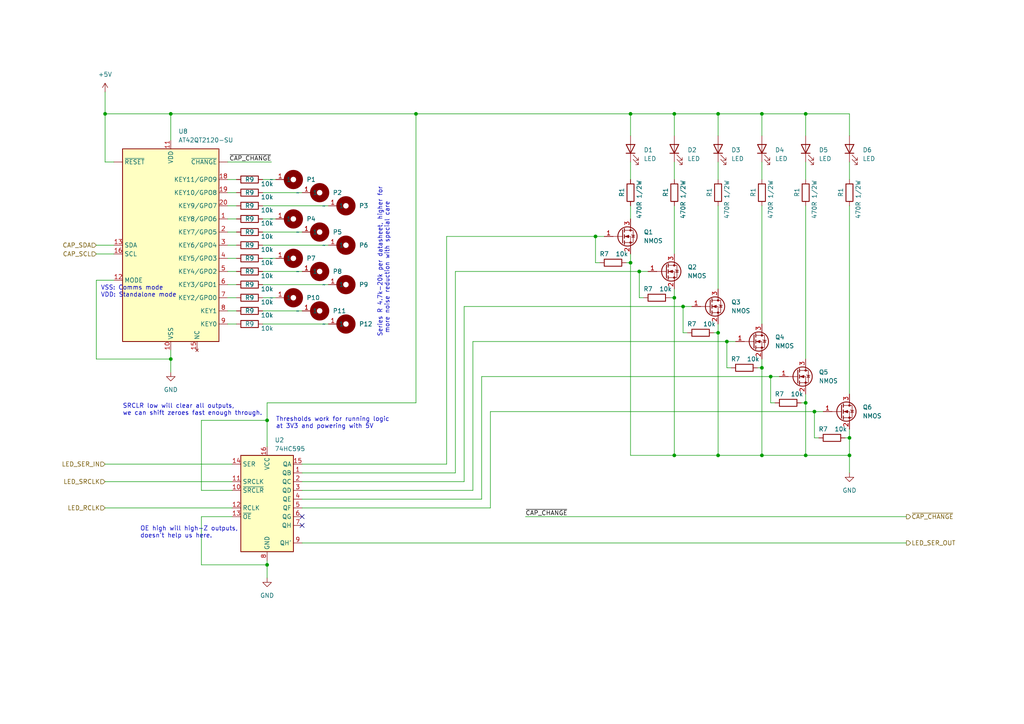
<source format=kicad_sch>
(kicad_sch (version 20230121) (generator eeschema)
  (paper "A4")
  (lib_symbols
    (symbol "74xx:74HC595"
      (property "Reference" "U" (at -7.62 13.97 0))
      (property "Value" "74HC595" (at -7.62 -16.51 0))
      (symbol "74HC595_1_0"
        (pin tri_state line (at 10.16 7.62 180) (length 2.54) (name "QB") (number "1"))
        (pin input line (at -10.16 2.54 0) (length 2.54) (name "~{SRCLR}") (number "10"))
        (pin input line (at -10.16 5.08 0) (length 2.54) (name "SRCLK") (number "11"))
        (pin input line (at -10.16 -2.54 0) (length 2.54) (name "RCLK") (number "12"))
        (pin input line (at -10.16 -5.08 0) (length 2.54) (name "~{OE}") (number "13"))
        (pin input line (at -10.16 10.16 0) (length 2.54) (name "SER") (number "14"))
        (pin tri_state line (at 10.16 10.16 180) (length 2.54) (name "QA") (number "15"))
        (pin power_in line (at 0 15.24 270) (length 2.54) (name "VCC") (number "16"))
        (pin tri_state line (at 10.16 5.08 180) (length 2.54) (name "QC") (number "2"))
        (pin tri_state line (at 10.16 2.54 180) (length 2.54) (name "QD") (number "3"))
        (pin tri_state line (at 10.16 0 180) (length 2.54) (name "QE") (number "4"))
        (pin tri_state line (at 10.16 -2.54 180) (length 2.54) (name "QF") (number "5"))
        (pin tri_state line (at 10.16 -5.08 180) (length 2.54) (name "QG") (number "6"))
        (pin tri_state line (at 10.16 -7.62 180) (length 2.54) (name "QH") (number "7"))
        (pin power_in line (at 0 -17.78 90) (length 2.54) (name "GND") (number "8"))
        (pin output line (at 10.16 -12.7 180) (length 2.54) (name "QH'") (number "9"))
      )
      (symbol "74HC595_1_1"
        (rectangle (start -7.62 12.7) (end 7.62 -15.24) (stroke (width 0.254)) (fill (type background)))
      )
    )
    (symbol "Device:LED" (pin_numbers hide) (pin_names (offset 1.016) hide)
      (property "Reference" "D" (at 0 2.54 0))
      (property "Value" "LED" (at 0 -2.54 0))
      (symbol "LED_0_1"
        (polyline (pts (xy -1.27 -1.27) (xy -1.27 1.27)) (stroke (width 0.254)))
        (polyline (pts (xy -1.27 0) (xy 1.27 0)))
        (polyline (pts (xy 1.27 -1.27) (xy 1.27 1.27) (xy -1.27 0) (xy 1.27 -1.27)) (stroke (width 0.254)))
        (polyline (pts (xy -3.048 -0.762) (xy -4.572 -2.286) (xy -3.81 -2.286) (xy -4.572 -2.286) (xy -4.572 -1.524)))
        (polyline (pts (xy -1.778 -0.762) (xy -3.302 -2.286) (xy -2.54 -2.286) (xy -3.302 -2.286) (xy -3.302 -1.524)))
      )
      (symbol "LED_1_1"
        (pin passive line (at -3.81 0 0) (length 2.54) (name "K") (number "1"))
        (pin passive line (at 3.81 0 180) (length 2.54) (name "A") (number "2"))
      )
    )
    (symbol "Device:Q_NMOS_GSD" (pin_names (offset 0) hide)
      (property "Reference" "Q" (at 5.08 1.27 0))
      (property "Value" "Q_NMOS_GSD" (at 5.08 -1.27 0))
      (symbol "Q_NMOS_GSD_0_1"
        (polyline (pts (xy 0.254 0) (xy -2.54 0)))
        (polyline (pts (xy 0.254 1.905) (xy 0.254 -1.905)) (stroke (width 0.254)))
        (polyline (pts (xy 0.762 -1.27) (xy 0.762 -2.286)) (stroke (width 0.254)))
        (polyline (pts (xy 0.762 0.508) (xy 0.762 -0.508)) (stroke (width 0.254)))
        (polyline (pts (xy 0.762 2.286) (xy 0.762 1.27)) (stroke (width 0.254)))
        (polyline (pts (xy 2.54 2.54) (xy 2.54 1.778)))
        (polyline (pts (xy 2.54 -2.54) (xy 2.54 0) (xy 0.762 0)))
        (polyline (pts (xy 0.762 -1.778) (xy 3.302 -1.778) (xy 3.302 1.778) (xy 0.762 1.778)))
        (polyline (pts (xy 1.016 0) (xy 2.032 0.381) (xy 2.032 -0.381) (xy 1.016 0)) (fill (type outline)))
        (polyline (pts (xy 2.794 0.508) (xy 2.921 0.381) (xy 3.683 0.381) (xy 3.81 0.254)))
        (polyline (pts (xy 3.302 0.381) (xy 2.921 -0.254) (xy 3.683 -0.254) (xy 3.302 0.381)))
        (circle (center 1.651 0) (radius 2.794) (stroke (width 0.254)))
        (circle (center 2.54 -1.778) (radius 0.254) (fill (type outline)))
        (circle (center 2.54 1.778) (radius 0.254) (fill (type outline)))
      )
      (symbol "Q_NMOS_GSD_1_1"
        (pin input line (at -5.08 0 0) (length 2.54) (name "G") (number "1"))
        (pin passive line (at 2.54 -5.08 90) (length 2.54) (name "S") (number "2"))
        (pin passive line (at 2.54 5.08 270) (length 2.54) (name "D") (number "3"))
      )
    )
    (symbol "Device:R" (pin_numbers hide) (pin_names (offset 0))
      (property "Reference" "R" (at 2.032 0 90))
      (property "Value" "R" (at 0 0 90))
      (symbol "R_0_1"
        (rectangle (start -1.016 -2.54) (end 1.016 2.54) (stroke (width 0.254)))
      )
      (symbol "R_1_1"
        (pin passive line (at 0 3.81 270) (length 1.27) (name "~") (number "1"))
        (pin passive line (at 0 -3.81 90) (length 1.27) (name "~") (number "2"))
      )
    )
    (symbol "Sensor_Touch:AT42QT2120-SU"
      (property "Reference" "U" (at 10.16 38.1 0))
      (property "Value" "AT42QT2120-SU" (at 15.24 -16.51 0))
      (symbol "AT42QT2120-SU_1_1"
        (rectangle (start 13.97 40.64) (end 41.91 -15.24) (stroke (width 0.254)) (fill (type background)))
        (pin output line (at 44.45 36.83 180) (length 2.54) (name "~{CHANGE}") (number ""))
        (pin input line (at 11.43 36.83 0) (length 2.54) (name "~{RESET}") (number ""))
        (pin bidirectional line (at 44.45 20.32 180) (length 2.54) (name "KEY8/GPO6") (number "1"))
        (pin power_in line (at 27.94 -17.78 90) (length 2.54) (name "VSS") (number "10"))
        (pin power_in line (at 27.94 43.18 270) (length 2.54) (name "VDD") (number "11"))
        (pin input line (at 11.43 2.54 0) (length 2.54) (name "MODE") (number "12"))
        (pin bidirectional line (at 11.43 12.7 0) (length 2.54) (name "SDA") (number "13"))
        (pin no_connect line (at 35.56 -17.78 90) (length 2.54) (name "NC") (number "15"))
        (pin bidirectional line (at 11.43 10.16 0) (length 2.54) (name "SCL") (number "16"))
        (pin bidirectional line (at 44.45 31.75 180) (length 2.54) (name "KEY11/GPO9") (number "18"))
        (pin bidirectional line (at 44.45 27.94 180) (length 2.54) (name "KEY10/GPO8") (number "19"))
        (pin bidirectional line (at 44.45 16.51 180) (length 2.54) (name "KEY7/GPO5") (number "2"))
        (pin bidirectional line (at 44.45 24.13 180) (length 2.54) (name "KEY9/GPO7") (number "20"))
        (pin bidirectional line (at 44.45 12.7 180) (length 2.54) (name "KEY6/GPO4") (number "3"))
        (pin bidirectional line (at 44.45 8.89 180) (length 2.54) (name "KEY5/GPO3") (number "4"))
        (pin bidirectional line (at 44.45 5.08 180) (length 2.54) (name "KEY4/GPO2") (number "5"))
        (pin bidirectional line (at 44.45 1.27 180) (length 2.54) (name "KEY3/GPO1") (number "6"))
        (pin bidirectional line (at 44.45 -2.54 180) (length 2.54) (name "KEY2/GPO0") (number "7"))
        (pin bidirectional line (at 44.45 -6.35 180) (length 2.54) (name "KEY1") (number "8"))
        (pin bidirectional line (at 44.45 -10.16 180) (length 2.54) (name "KEY0") (number "9"))
      )
    )
    (symbol "Sensor_Touch:Single_LED_Touch_Key"
      (property "Reference" "P" (at 2.54 3.81 0))
      (symbol "Single_LED_Touch_Key_1_1"
        (circle (center 0 0) (radius 1.7961) (stroke (width 2)))
        (pin bidirectional line (at -5.08 0 0) (length 2.54) (name "1") (number "1"))
      )
    )
    (symbol "power:+5V" (power) (pin_names (offset 0))
      (property "Value" "+5V" (at 0 3.556 0))
      (symbol "+5V_0_1"
        (polyline (pts (xy -0.762 1.27) (xy 0 2.54)))
        (polyline (pts (xy 0 0) (xy 0 2.54)))
        (polyline (pts (xy 0 2.54) (xy 0.762 1.27)))
      )
      (symbol "+5V_1_1"
        (pin power_in line (at 0 0 90) (length 0) hide (name "+5V") (number "1"))
      )
    )
    (symbol "power:GND" (power) (pin_names (offset 0))
      (property "Value" "GND" (at 0 -3.81 0))
      (symbol "GND_0_1"
        (polyline (pts (xy 0 0) (xy 0 -1.27) (xy 1.27 -1.27) (xy 0 -2.54) (xy -1.27 -1.27) (xy 0 -1.27)))
      )
      (symbol "GND_1_1"
        (pin power_in line (at 0 0 270) (length 0) hide (name "GND") (number "1"))
      )
    )
  )
  (junction (at 49.53 104.14))
  (junction (at 246.38 127))
  (junction (at 49.53 33.02))
  (junction (at 220.98 132.08))
  (junction (at 208.28 96.52))
  (junction (at 185.42 78.74))
  (junction (at 233.68 33.02))
  (junction (at 182.88 33.02))
  (junction (at 172.72 68.58))
  (junction (at 220.98 33.02))
  (junction (at 236.22 119.38))
  (junction (at 223.52 109.22))
  (junction (at 220.98 106.68))
  (junction (at 77.47 121.92))
  (junction (at 182.88 76.2))
  (junction (at 120.65 33.02))
  (junction (at 30.48 33.02))
  (junction (at 233.68 116.84))
  (junction (at 246.38 132.08))
  (junction (at 195.58 86.36))
  (junction (at 77.47 163.83))
  (junction (at 208.28 33.02))
  (junction (at 210.82 99.06))
  (junction (at 195.58 132.08))
  (junction (at 233.68 132.08))
  (junction (at 195.58 33.02))
  (junction (at 198.12 88.9))
  (junction (at 208.28 132.08))
  (no_connect (at 87.63 149.86))
  (no_connect (at 87.63 152.4))
  (wire (pts (xy 76.2 71.12) (xy 95.25 71.12)))
  (wire (pts (xy 76.2 90.17) (xy 87.63 90.17)))
  (wire (pts (xy 173.99 76.2) (xy 172.72 76.2)))
  (wire (pts (xy 76.2 52.07) (xy 80.01 52.07)))
  (wire (pts (xy 220.98 106.68) (xy 220.98 132.08)))
  (wire (pts (xy 199.39 96.52) (xy 198.12 96.52)))
  (wire (pts (xy 27.94 104.14) (xy 49.53 104.14)))
  (wire (pts (xy 246.38 127) (xy 246.38 132.08)))
  (wire (pts (xy 58.42 142.24) (xy 58.42 121.92)))
  (wire (pts (xy 182.88 46.99) (xy 182.88 52.07)))
  (wire (pts (xy 182.88 33.02) (xy 195.58 33.02)))
  (wire (pts (xy 210.82 99.06) (xy 213.36 99.06)))
  (wire (pts (xy 27.94 73.66) (xy 33.02 73.66)))
  (wire (pts (xy 246.38 124.46) (xy 246.38 127)))
  (wire (pts (xy 30.48 134.62) (xy 67.31 134.62)))
  (wire (pts (xy 137.16 142.24) (xy 87.63 142.24)))
  (wire (pts (xy 233.68 116.84) (xy 233.68 132.08)))
  (wire (pts (xy 30.48 147.32) (xy 67.31 147.32)))
  (wire (pts (xy 66.04 93.98) (xy 68.58 93.98)))
  (wire (pts (xy 134.62 88.9) (xy 198.12 88.9)))
  (wire (pts (xy 33.02 46.99) (xy 30.48 46.99)))
  (wire (pts (xy 195.58 132.08) (xy 208.28 132.08)))
  (wire (pts (xy 207.01 96.52) (xy 208.28 96.52)))
  (wire (pts (xy 66.04 82.55) (xy 68.58 82.55)))
  (wire (pts (xy 49.53 104.14) (xy 49.53 107.95)))
  (wire (pts (xy 233.68 46.99) (xy 233.68 52.07)))
  (wire (pts (xy 142.24 119.38) (xy 236.22 119.38)))
  (wire (pts (xy 58.42 121.92) (xy 77.47 121.92)))
  (wire (pts (xy 233.68 59.69) (xy 233.68 104.14)))
  (wire (pts (xy 77.47 162.56) (xy 77.47 163.83)))
  (wire (pts (xy 245.11 127) (xy 246.38 127)))
  (wire (pts (xy 182.88 59.69) (xy 182.88 63.5)))
  (wire (pts (xy 223.52 109.22) (xy 226.06 109.22)))
  (wire (pts (xy 30.48 46.99) (xy 30.48 33.02)))
  (wire (pts (xy 195.58 33.02) (xy 208.28 33.02)))
  (wire (pts (xy 194.31 86.36) (xy 195.58 86.36)))
  (wire (pts (xy 77.47 121.92) (xy 77.47 129.54)))
  (wire (pts (xy 208.28 132.08) (xy 220.98 132.08)))
  (wire (pts (xy 185.42 86.36) (xy 185.42 78.74)))
  (wire (pts (xy 198.12 96.52) (xy 198.12 88.9)))
  (wire (pts (xy 66.04 90.17) (xy 68.58 90.17)))
  (wire (pts (xy 120.65 116.84) (xy 77.47 116.84)))
  (wire (pts (xy 182.88 132.08) (xy 195.58 132.08)))
  (wire (pts (xy 49.53 40.64) (xy 49.53 33.02)))
  (wire (pts (xy 219.71 106.68) (xy 220.98 106.68)))
  (wire (pts (xy 208.28 59.69) (xy 208.28 83.82)))
  (wire (pts (xy 182.88 76.2) (xy 182.88 132.08)))
  (wire (pts (xy 76.2 86.36) (xy 80.01 86.36)))
  (wire (pts (xy 66.04 74.93) (xy 68.58 74.93)))
  (wire (pts (xy 27.94 71.12) (xy 33.02 71.12)))
  (wire (pts (xy 246.38 33.02) (xy 246.38 39.37)))
  (wire (pts (xy 58.42 163.83) (xy 77.47 163.83)))
  (wire (pts (xy 246.38 59.69) (xy 246.38 114.3)))
  (wire (pts (xy 139.7 144.78) (xy 139.7 109.22)))
  (wire (pts (xy 181.61 76.2) (xy 182.88 76.2)))
  (wire (pts (xy 66.04 78.74) (xy 68.58 78.74)))
  (wire (pts (xy 76.2 93.98) (xy 95.25 93.98)))
  (wire (pts (xy 129.54 134.62) (xy 129.54 68.58)))
  (wire (pts (xy 208.28 33.02) (xy 220.98 33.02)))
  (wire (pts (xy 233.68 33.02) (xy 246.38 33.02)))
  (wire (pts (xy 223.52 116.84) (xy 223.52 109.22)))
  (wire (pts (xy 137.16 99.06) (xy 210.82 99.06)))
  (wire (pts (xy 233.68 132.08) (xy 246.38 132.08)))
  (wire (pts (xy 224.79 116.84) (xy 223.52 116.84)))
  (wire (pts (xy 220.98 33.02) (xy 233.68 33.02)))
  (wire (pts (xy 237.49 127) (xy 236.22 127)))
  (wire (pts (xy 30.48 139.7) (xy 67.31 139.7)))
  (wire (pts (xy 220.98 104.14) (xy 220.98 106.68)))
  (wire (pts (xy 30.48 26.67) (xy 30.48 33.02)))
  (wire (pts (xy 87.63 144.78) (xy 139.7 144.78)))
  (wire (pts (xy 182.88 73.66) (xy 182.88 76.2)))
  (wire (pts (xy 246.38 137.16) (xy 246.38 132.08)))
  (wire (pts (xy 76.2 82.55) (xy 95.25 82.55)))
  (wire (pts (xy 195.58 59.69) (xy 195.58 73.66)))
  (wire (pts (xy 208.28 46.99) (xy 208.28 52.07)))
  (wire (pts (xy 67.31 149.86) (xy 58.42 149.86)))
  (wire (pts (xy 195.58 46.99) (xy 195.58 52.07)))
  (wire (pts (xy 76.2 67.31) (xy 87.63 67.31)))
  (wire (pts (xy 208.28 96.52) (xy 208.28 132.08)))
  (wire (pts (xy 87.63 157.48) (xy 262.89 157.48)))
  (wire (pts (xy 212.09 106.68) (xy 210.82 106.68)))
  (wire (pts (xy 76.2 59.69) (xy 95.25 59.69)))
  (wire (pts (xy 66.04 55.88) (xy 68.58 55.88)))
  (wire (pts (xy 129.54 68.58) (xy 172.72 68.58)))
  (wire (pts (xy 87.63 134.62) (xy 129.54 134.62)))
  (wire (pts (xy 233.68 33.02) (xy 233.68 39.37)))
  (wire (pts (xy 66.04 71.12) (xy 68.58 71.12)))
  (wire (pts (xy 172.72 68.58) (xy 175.26 68.58)))
  (wire (pts (xy 49.53 101.6) (xy 49.53 104.14)))
  (wire (pts (xy 58.42 149.86) (xy 58.42 163.83)))
  (wire (pts (xy 142.24 119.38) (xy 142.24 147.32)))
  (wire (pts (xy 66.04 86.36) (xy 68.58 86.36)))
  (wire (pts (xy 195.58 83.82) (xy 195.58 86.36)))
  (wire (pts (xy 208.28 33.02) (xy 208.28 39.37)))
  (wire (pts (xy 172.72 76.2) (xy 172.72 68.58)))
  (wire (pts (xy 220.98 59.69) (xy 220.98 93.98)))
  (wire (pts (xy 236.22 119.38) (xy 238.76 119.38)))
  (wire (pts (xy 152.4 149.86) (xy 262.89 149.86)))
  (wire (pts (xy 77.47 163.83) (xy 77.47 167.64)))
  (wire (pts (xy 137.16 99.06) (xy 137.16 142.24)))
  (wire (pts (xy 67.31 142.24) (xy 58.42 142.24)))
  (wire (pts (xy 139.7 109.22) (xy 223.52 109.22)))
  (wire (pts (xy 77.47 116.84) (xy 77.47 121.92)))
  (wire (pts (xy 232.41 116.84) (xy 233.68 116.84)))
  (wire (pts (xy 195.58 86.36) (xy 195.58 132.08)))
  (wire (pts (xy 220.98 132.08) (xy 233.68 132.08)))
  (wire (pts (xy 182.88 33.02) (xy 182.88 39.37)))
  (wire (pts (xy 132.08 78.74) (xy 185.42 78.74)))
  (wire (pts (xy 66.04 59.69) (xy 68.58 59.69)))
  (wire (pts (xy 66.04 67.31) (xy 68.58 67.31)))
  (wire (pts (xy 132.08 78.74) (xy 132.08 137.16)))
  (wire (pts (xy 210.82 106.68) (xy 210.82 99.06)))
  (wire (pts (xy 33.02 81.28) (xy 27.94 81.28)))
  (wire (pts (xy 208.28 93.98) (xy 208.28 96.52)))
  (wire (pts (xy 27.94 81.28) (xy 27.94 104.14)))
  (wire (pts (xy 134.62 139.7) (xy 134.62 88.9)))
  (wire (pts (xy 220.98 46.99) (xy 220.98 52.07)))
  (wire (pts (xy 66.04 46.99) (xy 78.74 46.99)))
  (wire (pts (xy 220.98 33.02) (xy 220.98 39.37)))
  (wire (pts (xy 76.2 55.88) (xy 87.63 55.88)))
  (wire (pts (xy 142.24 147.32) (xy 87.63 147.32)))
  (wire (pts (xy 30.48 33.02) (xy 49.53 33.02)))
  (wire (pts (xy 195.58 33.02) (xy 195.58 39.37)))
  (wire (pts (xy 186.69 86.36) (xy 185.42 86.36)))
  (wire (pts (xy 233.68 114.3) (xy 233.68 116.84)))
  (wire (pts (xy 87.63 139.7) (xy 134.62 139.7)))
  (wire (pts (xy 185.42 78.74) (xy 187.96 78.74)))
  (wire (pts (xy 246.38 46.99) (xy 246.38 52.07)))
  (wire (pts (xy 198.12 88.9) (xy 200.66 88.9)))
  (wire (pts (xy 76.2 74.93) (xy 80.01 74.93)))
  (wire (pts (xy 132.08 137.16) (xy 87.63 137.16)))
  (wire (pts (xy 76.2 63.5) (xy 80.01 63.5)))
  (wire (pts (xy 66.04 52.07) (xy 68.58 52.07)))
  (wire (pts (xy 236.22 127) (xy 236.22 119.38)))
  (wire (pts (xy 66.04 63.5) (xy 68.58 63.5)))
  (wire (pts (xy 49.53 33.02) (xy 120.65 33.02)))
  (wire (pts (xy 76.2 78.74) (xy 87.63 78.74)))
  (wire (pts (xy 120.65 33.02) (xy 182.88 33.02)))
  (wire (pts (xy 120.65 33.02) (xy 120.65 116.84)))
  (text "SRCLR low will clear all outputs,\nwe can shift zeroes fast enough through." (at 35.56 120.65 0) (effects (font (size 1.27 1.27)) (justify left bottom)))
  (text "Thresholds work for running logic\nat 3V3 and powering with 5V" (at 80.01 124.46 0) (effects (font (size 1.27 1.27)) (justify left bottom)))
  (text "VSS: Comms mode\nVDD: Standalone mode" (at 29.21 86.36 0) (effects (font (size 1.27 1.27)) (justify left bottom)))
  (text "Series R 4.7k-20k per datasheet, higher for\n more noise reduction with special care" (at 113.03 97.79 90) (effects (font (size 1.27 1.27)) (justify left bottom)))
  (text "OE high will high-Z outputs,\ndoesn't help us here." (at 40.64 156.21 0) (effects (font (size 1.27 1.27)) (justify left bottom)))
  (label "~{CAP_CHANGE}" (at 152.4 149.86 0))
  (label "~{CAP_CHANGE}" (at 78.74 46.99 180))
  (hierarchical_label "LED_SER_OUT" (shape output) (at 262.89 157.48 0))
  (hierarchical_label "CAP_SDA" (shape input) (at 27.94 71.12 180))
  (hierarchical_label "CAP_SCL" (shape input) (at 27.94 73.66 180))
  (hierarchical_label "~{CAP_CHANGE}" (shape output) (at 262.89 149.86 0))
  (hierarchical_label "LED_RCLK" (shape input) (at 30.48 147.32 180))
  (hierarchical_label "LED_SRCLK" (shape input) (at 30.48 139.7 180))
  (hierarchical_label "LED_SER_IN" (shape input) (at 30.48 134.62 180))
  (symbol (lib_id "Device:LED") (at 182.88 43.18 90) (unit 1)
    (property "Reference" "D1" (at 186.69 43.4975 90) (effects (justify right)))
    (property "Value" "LED" (at 186.69 46.0375 90) (effects (justify right)))
    (property "Footprint" "LED_SMD:LED_SunLED_XZ_Reverse_Mount" (effects hide))
    (instances (project "button-board" (path "" (reference "D1") (unit 1)) (path "" (reference "D1") (unit 1)) (path "" (reference "D7") (unit 1)) (path "" (reference "D13") (unit 1)) (path "" (reference "D19") (unit 1)) (path "" (reference "D31") (unit 1)) (path "" (reference "D25") (unit 1))))
  )
  (symbol (lib_id "Device:LED") (at 246.38 43.18 90) (unit 1)
    (property "Reference" "D6" (at 250.19 43.4975 90) (effects (justify right)))
    (property "Value" "LED" (at 250.19 46.0375 90) (effects (justify right)))
    (property "Footprint" "LED_SMD:LED_SunLED_XZ_Reverse_Mount" (effects hide))
    (instances (project "button-board" (path "" (reference "D6") (unit 1)) (path "" (reference "D6") (unit 1)) (path "" (reference "D12") (unit 1)) (path "" (reference "D18") (unit 1)) (path "" (reference "D24") (unit 1)) (path "" (reference "D36") (unit 1)) (path "" (reference "D30") (unit 1))))
  )
  (symbol (lib_id "Device:R") (at 72.39 78.74 90) (unit 1)
    (property "Reference" "R9" (at 72.39 78.74 90))
    (property "Value" "10k" (at 77.47 80.01 90))
    (property "Footprint" "Resistor_SMD:R_0603_1608Metric" (effects hide))
    (instances (project "button-board" (path "" (reference "R9") (unit 1)) (path "" (reference "R132") (unit 1)) (path "" (reference "R12") (unit 1)) (path "" (reference "R48") (unit 1)) (path "" (reference "R77") (unit 1)) (path "" (reference "R157") (unit 1)) (path "" (reference "R127") (unit 1))))
  )
  (symbol (lib_id "Device:R") (at 72.39 86.36 90) (unit 1)
    (property "Reference" "R9" (at 72.39 86.36 90))
    (property "Value" "10k" (at 77.47 87.63 90))
    (property "Footprint" "Resistor_SMD:R_0603_1608Metric" (effects hide))
    (instances (project "button-board" (path "" (reference "R9") (unit 1)) (path "" (reference "R149") (unit 1)) (path "" (reference "R15") (unit 1)) (path "" (reference "R52") (unit 1)) (path "" (reference "R93") (unit 1)) (path "" (reference "R159") (unit 1)) (path "" (reference "R129") (unit 1))))
  )
  (symbol (lib_id "Sensor_Touch:Single_LED_Touch_Key") (at 85.09 86.36 0) (unit 1)
    (property "Reference" "P10" (at 88.9 86.36 0) (effects (justify left)))
    (property "Value" "~" (at 78.74 86.36 0))
    (property "Footprint" "Button_Switch_SMD:Cap_Touch_Ring_Large_Bottom" (effects hide))
    (instances (project "button-board" (path "" (reference "P10") (unit 1)) (path "" (reference "P22") (unit 1)) (path "" (reference "P34") (unit 1)) (path "" (reference "P46") (unit 1)) (path "" (reference "P70") (unit 1)) (path "" (reference "P58") (unit 1))))
  )
  (symbol (lib_id "Device:R") (at 215.9 106.68 90) (unit 1)
    (property "Reference" "R7" (at 213.36 104.14 90))
    (property "Value" "10k" (at 218.44 104.14 90))
    (property "Footprint" "Resistor_SMD:R_0603_1608Metric" (effects hide))
    (instances (project "button-board" (path "" (reference "R7") (unit 1)) (path "" (reference "R34") (unit 1)) (path "" (reference "R26") (unit 1)) (path "" (reference "R57") (unit 1)) (path "" (reference "R106") (unit 1)) (path "" (reference "R164") (unit 1)) (path "" (reference "R137") (unit 1))))
  )
  (symbol (lib_id "Device:R") (at 72.39 67.31 90) (unit 1)
    (property "Reference" "R9" (at 72.39 67.31 90))
    (property "Value" "10k" (at 77.47 68.58 90))
    (property "Footprint" "Resistor_SMD:R_0603_1608Metric" (effects hide))
    (instances (project "button-board" (path "" (reference "R9") (unit 1)) (path "" (reference "R108") (unit 1)) (path "" (reference "R9") (unit 1)) (path "" (reference "R44") (unit 1)) (path "" (reference "R72") (unit 1)) (path "" (reference "R153") (unit 1)) (path "" (reference "R123") (unit 1))))
  )
  (symbol (lib_id "Sensor_Touch:Single_LED_Touch_Key") (at 92.71 55.88 0) (unit 1)
    (property "Reference" "P2" (at 96.52 55.88 0) (effects (justify left)))
    (property "Value" "~" (at 86.36 55.88 0))
    (property "Footprint" "Button_Switch_SMD:Cap_Touch_Ring_Large_Bottom" (effects hide))
    (instances (project "button-board" (path "" (reference "P2") (unit 1)) (path "" (reference "P14") (unit 1)) (path "" (reference "P26") (unit 1)) (path "" (reference "P38") (unit 1)) (path "" (reference "P62") (unit 1)) (path "" (reference "P50") (unit 1))))
  )
  (symbol (lib_id "power:GND") (at 49.53 107.95 0) (unit 1)
    (property "Reference" "#PWR015" (effects hide))
    (property "Value" "GND" (at 49.53 113.03 0))
    (instances (project "button-board" (path "" (reference "#PWR015") (unit 1)) (path "" (reference "#PWR07") (unit 1)) (path "" (reference "#PWR011") (unit 1)) (path "" (reference "#PWR016") (unit 1)) (path "" (reference "#PWR025") (unit 1)) (path "" (reference "#PWR020") (unit 1))))
  )
  (symbol (lib_id "Device:R") (at 72.39 74.93 90) (unit 1)
    (property "Reference" "R9" (at 72.39 74.93 90))
    (property "Value" "10k" (at 77.47 76.2 90))
    (property "Footprint" "Resistor_SMD:R_0603_1608Metric" (effects hide))
    (instances (project "button-board" (path "" (reference "R9") (unit 1)) (path "" (reference "R131") (unit 1)) (path "" (reference "R11") (unit 1)) (path "" (reference "R46") (unit 1)) (path "" (reference "R75") (unit 1)) (path "" (reference "R155") (unit 1)) (path "" (reference "R125") (unit 1))))
  )
  (symbol (lib_id "power:+5V") (at 30.48 26.67 0) (unit 1)
    (property "Reference" "#PWR03" (effects hide))
    (property "Value" "+5V" (at 30.48 21.59 0))
    (instances (project "button-board" (path "" (reference "#PWR03") (unit 1)) (path "" (reference "#PWR03") (unit 1)) (path "" (reference "#PWR06") (unit 1)) (path "" (reference "#PWR010") (unit 1)) (path "" (reference "#PWR014") (unit 1)) (path "" (reference "#PWR024") (unit 1)) (path "" (reference "#PWR019") (unit 1))))
  )
  (symbol (lib_id "74xx:74HC595") (at 77.47 144.78 0) (unit 1)
    (property "Reference" "U2" (at 79.6641 127.635 0) (effects (justify left)))
    (property "Value" "74HC595" (at 79.6641 130.175 0) (effects (justify left)))
    (property "Datasheet" "http://www.ti.com/lit/ds/symlink/sn74hc595.pdf" (effects hide))
    (instances (project "button-board" (path "" (reference "U2") (unit 1)) (path "" (reference "U2") (unit 1)) (path "" (reference "U8") (unit 1)) (path "" (reference "U4") (unit 1)) (path "" (reference "U6") (unit 1)) (path "" (reference "U9") (unit 1)) (path "" (reference "U13") (unit 1)) (path "" (reference "U11") (unit 1))))
  )
  (symbol (lib_id "Sensor_Touch:Single_LED_Touch_Key") (at 92.71 78.74 0) (unit 1)
    (property "Reference" "P8" (at 96.52 78.74 0) (effects (justify left)))
    (property "Value" "~" (at 86.36 78.74 0))
    (property "Footprint" "Button_Switch_SMD:Cap_Touch_Ring_Large_Bottom" (effects hide))
    (instances (project "button-board" (path "" (reference "P8") (unit 1)) (path "" (reference "P20") (unit 1)) (path "" (reference "P32") (unit 1)) (path "" (reference "P44") (unit 1)) (path "" (reference "P68") (unit 1)) (path "" (reference "P56") (unit 1))))
  )
  (symbol (lib_id "Device:R") (at 72.39 52.07 90) (unit 1)
    (property "Reference" "R9" (at 72.39 52.07 90))
    (property "Value" "10k" (at 77.47 53.34 90))
    (property "Footprint" "Resistor_SMD:R_0603_1608Metric" (effects hide))
    (instances (project "button-board" (path "" (reference "R9") (unit 1)) (path "" (reference "R73") (unit 1)) (path "" (reference "R5") (unit 1)) (path "" (reference "R32") (unit 1)) (path "" (reference "R60") (unit 1)) (path "" (reference "R140") (unit 1)) (path "" (reference "R112") (unit 1))))
  )
  (symbol (lib_id "Device:R") (at 220.98 55.88 0) (unit 1)
    (property "Reference" "R1" (at 218.44 57.15 90) (effects (justify left)))
    (property "Value" "470R 1/2W" (at 223.52 63.5 90) (effects (justify left)))
    (property "Footprint" "Resistor_SMD:R_1206_3216Metric" (effects hide))
    (property "MPN" "ERJ-P08J471V" (effects hide))
    (property "Link" "https://www.digikey.de/en/products/detail/panasonic-electronic-components/ERJ-P08J471V/525396" (effects hide))
    (instances (project "button-board" (path "" (reference "R1") (unit 1)) (path "" (reference "R21") (unit 1)) (path "" (reference "R36") (unit 1)) (path "" (reference "R62") (unit 1)) (path "" (reference "R117") (unit 1)) (path "" (reference "R142") (unit 1)) (path "" (reference "R3") (unit 1))))
  )
  (symbol (lib_id "Device:LED") (at 195.58 43.18 90) (unit 1)
    (property "Reference" "D2" (at 199.39 43.4975 90) (effects (justify right)))
    (property "Value" "LED" (at 199.39 46.0375 90) (effects (justify right)))
    (property "Footprint" "LED_SMD:LED_SunLED_XZ_Reverse_Mount" (effects hide))
    (instances (project "button-board" (path "" (reference "D2") (unit 1)) (path "" (reference "D2") (unit 1)) (path "" (reference "D8") (unit 1)) (path "" (reference "D14") (unit 1)) (path "" (reference "D20") (unit 1)) (path "" (reference "D32") (unit 1)) (path "" (reference "D26") (unit 1))))
  )
  (symbol (lib_id "Device:R") (at 72.39 93.98 90) (unit 1)
    (property "Reference" "R9" (at 72.39 93.98 90))
    (property "Value" "10k" (at 77.47 95.25 90))
    (property "Footprint" "Resistor_SMD:R_0603_1608Metric" (effects hide))
    (instances (project "button-board" (path "" (reference "R9") (unit 1)) (path "" (reference "R151") (unit 1)) (path "" (reference "R17") (unit 1)) (path "" (reference "R55") (unit 1)) (path "" (reference "R104") (unit 1)) (path "" (reference "R162") (unit 1)) (path "" (reference "R135") (unit 1))))
  )
  (symbol (lib_id "Device:R") (at 233.68 55.88 0) (unit 1)
    (property "Reference" "R1" (at 231.14 57.15 90) (effects (justify left)))
    (property "Value" "470R 1/2W" (at 236.22 63.5 90) (effects (justify left)))
    (property "Footprint" "Resistor_SMD:R_1206_3216Metric" (effects hide))
    (property "MPN" "ERJ-P08J471V" (effects hide))
    (property "Link" "https://www.digikey.de/en/products/detail/panasonic-electronic-components/ERJ-P08J471V/525396" (effects hide))
    (instances (project "button-board" (path "" (reference "R1") (unit 1)) (path "" (reference "R21") (unit 1)) (path "" (reference "R36") (unit 1)) (path "" (reference "R62") (unit 1)) (path "" (reference "R118") (unit 1)) (path "" (reference "R142") (unit 1)) (path "" (reference "R3") (unit 1))))
  )
  (symbol (lib_id "Device:R") (at 246.38 55.88 0) (unit 1)
    (property "Reference" "R1" (at 243.84 57.15 90) (effects (justify left)))
    (property "Value" "470R 1/2W" (at 248.92 63.5 90) (effects (justify left)))
    (property "Footprint" "Resistor_SMD:R_1206_3216Metric" (effects hide))
    (property "MPN" "ERJ-P08J471V" (effects hide))
    (property "Link" "https://www.digikey.de/en/products/detail/panasonic-electronic-components/ERJ-P08J471V/525396" (effects hide))
    (instances (project "button-board" (path "" (reference "R1") (unit 1)) (path "" (reference "R21") (unit 1)) (path "" (reference "R36") (unit 1)) (path "" (reference "R62") (unit 1)) (path "" (reference "R120") (unit 1)) (path "" (reference "R142") (unit 1)) (path "" (reference "R3") (unit 1))))
  )
  (symbol (lib_id "Device:LED") (at 233.68 43.18 90) (unit 1)
    (property "Reference" "D5" (at 237.49 43.4975 90) (effects (justify right)))
    (property "Value" "LED" (at 237.49 46.0375 90) (effects (justify right)))
    (property "Footprint" "LED_SMD:LED_SunLED_XZ_Reverse_Mount" (effects hide))
    (instances (project "button-board" (path "" (reference "D5") (unit 1)) (path "" (reference "D5") (unit 1)) (path "" (reference "D11") (unit 1)) (path "" (reference "D17") (unit 1)) (path "" (reference "D23") (unit 1)) (path "" (reference "D35") (unit 1)) (path "" (reference "D29") (unit 1))))
  )
  (symbol (lib_id "Sensor_Touch:Single_LED_Touch_Key") (at 100.33 82.55 0) (unit 1)
    (property "Reference" "P9" (at 104.14 82.55 0) (effects (justify left)))
    (property "Value" "~" (at 93.98 82.55 0))
    (property "Footprint" "Button_Switch_SMD:Cap_Touch_Ring_Large_Bottom" (effects hide))
    (instances (project "button-board" (path "" (reference "P9") (unit 1)) (path "" (reference "P21") (unit 1)) (path "" (reference "P33") (unit 1)) (path "" (reference "P45") (unit 1)) (path "" (reference "P69") (unit 1)) (path "" (reference "P57") (unit 1))))
  )
  (symbol (lib_id "Device:R") (at 228.6 116.84 90) (unit 1)
    (property "Reference" "R7" (at 226.06 114.3 90))
    (property "Value" "10k" (at 231.14 114.3 90))
    (property "Footprint" "Resistor_SMD:R_0603_1608Metric" (effects hide))
    (instances (project "button-board" (path "" (reference "R7") (unit 1)) (path "" (reference "R49") (unit 1)) (path "" (reference "R28") (unit 1)) (path "" (reference "R58") (unit 1)) (path "" (reference "R110") (unit 1)) (path "" (reference "R165") (unit 1)) (path "" (reference "R138") (unit 1))))
  )
  (symbol (lib_id "Device:R") (at 72.39 82.55 90) (unit 1)
    (property "Reference" "R9" (at 72.39 82.55 90))
    (property "Value" "10k" (at 77.47 83.82 90))
    (property "Footprint" "Resistor_SMD:R_0603_1608Metric" (effects hide))
    (instances (project "button-board" (path "" (reference "R9") (unit 1)) (path "" (reference "R133") (unit 1)) (path "" (reference "R14") (unit 1)) (path "" (reference "R51") (unit 1)) (path "" (reference "R78") (unit 1)) (path "" (reference "R158") (unit 1)) (path "" (reference "R128") (unit 1))))
  )
  (symbol (lib_id "Sensor_Touch:Single_LED_Touch_Key") (at 85.09 52.07 0) (unit 1)
    (property "Reference" "P1" (at 88.9 52.07 0) (effects (justify left)))
    (property "Value" "~" (at 78.74 52.07 0))
    (property "Footprint" "Button_Switch_SMD:Cap_Touch_Ring_Large_Bottom" (effects hide))
    (instances (project "button-board" (path "" (reference "P1") (unit 1)) (path "" (reference "P13") (unit 1)) (path "" (reference "P25") (unit 1)) (path "" (reference "P37") (unit 1)) (path "" (reference "P61") (unit 1)) (path "" (reference "P49") (unit 1))))
  )
  (symbol (lib_id "power:GND") (at 246.38 137.16 0) (unit 1)
    (property "Reference" "#PWR04" (effects hide))
    (property "Value" "GND" (at 246.38 142.24 0))
    (instances (project "button-board" (path "" (reference "#PWR04") (unit 1)) (path "" (reference "#PWR04") (unit 1)) (path "" (reference "#PWR09") (unit 1)) (path "" (reference "#PWR012") (unit 1)) (path "" (reference "#PWR017") (unit 1)) (path "" (reference "#PWR026") (unit 1)) (path "" (reference "#PWR022") (unit 1))))
  )
  (symbol (lib_id "Device:Q_NMOS_GSD") (at 193.04 78.74 0) (unit 1)
    (property "Reference" "Q2" (at 199.39 77.47 0) (effects (justify left)))
    (property "Value" "NMOS" (at 199.39 80.01 0) (effects (justify left)))
    (property "Footprint" "Package_TO_SOT_SMD:TSOT-23" (effects hide))
    (property "Sim.Device" "NMOS" (effects hide))
    (property "Sim.Type" "VDMOS" (effects hide))
    (property "Sim.Pins" "1=D 2=G 3=S" (effects hide))
    (instances (project "button-board" (path "" (reference "Q2") (unit 1)) (path "" (reference "Q2") (unit 1)) (path "" (reference "Q8") (unit 1)) (path "" (reference "Q14") (unit 1)) (path "" (reference "Q20") (unit 1)) (path "" (reference "Q32") (unit 1)) (path "" (reference "Q26") (unit 1))))
  )
  (symbol (lib_id "Device:R") (at 203.2 96.52 90) (unit 1)
    (property "Reference" "R7" (at 200.66 93.98 90))
    (property "Value" "10k" (at 205.74 93.98 90))
    (property "Footprint" "Resistor_SMD:R_0603_1608Metric" (effects hide))
    (instances (project "button-board" (path "" (reference "R7") (unit 1)) (path "" (reference "R19") (unit 1)) (path "" (reference "R24") (unit 1)) (path "" (reference "R56") (unit 1)) (path "" (reference "R105") (unit 1)) (path "" (reference "R163") (unit 1)) (path "" (reference "R136") (unit 1))))
  )
  (symbol (lib_id "Device:R") (at 190.5 86.36 90) (unit 1)
    (property "Reference" "R7" (at 187.96 83.82 90))
    (property "Value" "10k" (at 193.04 83.82 90))
    (property "Footprint" "Resistor_SMD:R_0603_1608Metric" (effects hide))
    (instances (project "button-board" (path "" (reference "R7") (unit 1)) (path "" (reference "R3") (unit 1)) (path "" (reference "R22") (unit 1)) (path "" (reference "R53") (unit 1)) (path "" (reference "R102") (unit 1)) (path "" (reference "R160") (unit 1)) (path "" (reference "R130") (unit 1))))
  )
  (symbol (lib_id "Sensor_Touch:Single_LED_Touch_Key") (at 100.33 59.69 0) (unit 1)
    (property "Reference" "P3" (at 104.14 59.69 0) (effects (justify left)))
    (property "Value" "~" (at 93.98 59.69 0))
    (property "Footprint" "Button_Switch_SMD:Cap_Touch_Ring_Large_Bottom" (effects hide))
    (instances (project "button-board" (path "" (reference "P3") (unit 1)) (path "" (reference "P15") (unit 1)) (path "" (reference "P27") (unit 1)) (path "" (reference "P39") (unit 1)) (path "" (reference "P63") (unit 1)) (path "" (reference "P51") (unit 1))))
  )
  (symbol (lib_id "Device:LED") (at 208.28 43.18 90) (unit 1)
    (property "Reference" "D3" (at 212.09 43.4975 90) (effects (justify right)))
    (property "Value" "LED" (at 212.09 46.0375 90) (effects (justify right)))
    (property "Footprint" "LED_SMD:LED_SunLED_XZ_Reverse_Mount" (effects hide))
    (instances (project "button-board" (path "" (reference "D3") (unit 1)) (path "" (reference "D3") (unit 1)) (path "" (reference "D9") (unit 1)) (path "" (reference "D15") (unit 1)) (path "" (reference "D21") (unit 1)) (path "" (reference "D33") (unit 1)) (path "" (reference "D27") (unit 1))))
  )
  (symbol (lib_id "Device:R") (at 241.3 127 90) (unit 1)
    (property "Reference" "R7" (at 238.76 124.46 90))
    (property "Value" "10k" (at 243.84 124.46 90))
    (property "Footprint" "Resistor_SMD:R_0603_1608Metric" (effects hide))
    (instances (project "button-board" (path "" (reference "R7") (unit 1)) (path "" (reference "R64") (unit 1)) (path "" (reference "R30") (unit 1)) (path "" (reference "R59") (unit 1)) (path "" (reference "R111") (unit 1)) (path "" (reference "R166") (unit 1)) (path "" (reference "R139") (unit 1))))
  )
  (symbol (lib_id "Sensor_Touch:Single_LED_Touch_Key") (at 92.71 90.17 0) (unit 1)
    (property "Reference" "P11" (at 96.52 90.17 0) (effects (justify left)))
    (property "Value" "~" (at 86.36 90.17 0))
    (property "Footprint" "Button_Switch_SMD:Cap_Touch_Ring_Large_Bottom" (effects hide))
    (instances (project "button-board" (path "" (reference "P11") (unit 1)) (path "" (reference "P23") (unit 1)) (path "" (reference "P35") (unit 1)) (path "" (reference "P47") (unit 1)) (path "" (reference "P71") (unit 1)) (path "" (reference "P59") (unit 1))))
  )
  (symbol (lib_id "Device:R") (at 177.8 76.2 90) (unit 1)
    (property "Reference" "R7" (at 175.26 73.66 90))
    (property "Value" "10k" (at 180.34 73.66 90))
    (property "Footprint" "Resistor_SMD:R_0603_1608Metric" (effects hide))
    (instances (project "button-board" (path "" (reference "R7") (unit 1)) (path "" (reference "R1") (unit 1)) (path "" (reference "R18") (unit 1)) (path "" (reference "R47") (unit 1)) (path "" (reference "R76") (unit 1)) (path "" (reference "R156") (unit 1)) (path "" (reference "R126") (unit 1))))
  )
  (symbol (lib_id "Device:R") (at 195.58 55.88 0) (unit 1)
    (property "Reference" "R1" (at 193.04 57.15 90) (effects (justify left)))
    (property "Value" "470R 1/2W" (at 198.12 63.5 90) (effects (justify left)))
    (property "Footprint" "Resistor_SMD:R_1206_3216Metric" (effects hide))
    (property "MPN" "ERJ-P08J471V" (effects hide))
    (property "Link" "https://www.digikey.de/en/products/detail/panasonic-electronic-components/ERJ-P08J471V/525396" (effects hide))
    (instances (project "button-board" (path "" (reference "R1") (unit 1)) (path "" (reference "R21") (unit 1)) (path "" (reference "R36") (unit 1)) (path "" (reference "R62") (unit 1)) (path "" (reference "R115") (unit 1)) (path "" (reference "R142") (unit 1)) (path "" (reference "R3") (unit 1))))
  )
  (symbol (lib_id "Sensor_Touch:Single_LED_Touch_Key") (at 100.33 71.12 0) (unit 1)
    (property "Reference" "P6" (at 104.14 71.12 0) (effects (justify left)))
    (property "Value" "~" (at 93.98 71.12 0))
    (property "Footprint" "Button_Switch_SMD:Cap_Touch_Ring_Large_Bottom" (effects hide))
    (instances (project "button-board" (path "" (reference "P6") (unit 1)) (path "" (reference "P18") (unit 1)) (path "" (reference "P30") (unit 1)) (path "" (reference "P42") (unit 1)) (path "" (reference "P66") (unit 1)) (path "" (reference "P54") (unit 1))))
  )
  (symbol (lib_id "Device:Q_NMOS_GSD") (at 180.34 68.58 0) (unit 1)
    (property "Reference" "Q1" (at 186.69 67.31 0) (effects (justify left)))
    (property "Value" "NMOS" (at 186.69 69.85 0) (effects (justify left)))
    (property "Footprint" "Package_TO_SOT_SMD:TSOT-23" (effects hide))
    (property "Sim.Device" "NMOS" (effects hide))
    (property "Sim.Type" "VDMOS" (effects hide))
    (property "Sim.Pins" "1=D 2=G 3=S" (effects hide))
    (instances (project "button-board" (path "" (reference "Q1") (unit 1)) (path "" (reference "Q1") (unit 1)) (path "" (reference "Q7") (unit 1)) (path "" (reference "Q13") (unit 1)) (path "" (reference "Q19") (unit 1)) (path "" (reference "Q31") (unit 1)) (path "" (reference "Q25") (unit 1))))
  )
  (symbol (lib_id "Sensor_Touch:Single_LED_Touch_Key") (at 85.09 74.93 0) (unit 1)
    (property "Reference" "P7" (at 88.9 74.93 0) (effects (justify left)))
    (property "Value" "~" (at 78.74 74.93 0))
    (property "Footprint" "Button_Switch_SMD:Cap_Touch_Ring_Large_Bottom" (effects hide))
    (instances (project "button-board" (path "" (reference "P7") (unit 1)) (path "" (reference "P19") (unit 1)) (path "" (reference "P31") (unit 1)) (path "" (reference "P43") (unit 1)) (path "" (reference "P67") (unit 1)) (path "" (reference "P55") (unit 1))))
  )
  (symbol (lib_id "Device:Q_NMOS_GSD") (at 243.84 119.38 0) (unit 1)
    (property "Reference" "Q6" (at 250.19 118.11 0) (effects (justify left)))
    (property "Value" "NMOS" (at 250.19 120.65 0) (effects (justify left)))
    (property "Footprint" "Package_TO_SOT_SMD:TSOT-23" (effects hide))
    (property "Sim.Device" "NMOS" (effects hide))
    (property "Sim.Type" "VDMOS" (effects hide))
    (property "Sim.Pins" "1=D 2=G 3=S" (effects hide))
    (instances (project "button-board" (path "" (reference "Q6") (unit 1)) (path "" (reference "Q6") (unit 1)) (path "" (reference "Q12") (unit 1)) (path "" (reference "Q18") (unit 1)) (path "" (reference "Q24") (unit 1)) (path "" (reference "Q36") (unit 1)) (path "" (reference "Q30") (unit 1))))
  )
  (symbol (lib_id "Sensor_Touch:AT42QT2120-SU") (at 21.59 83.82 0) (unit 1)
    (property "Reference" "U8" (at 51.7241 38.1 0) (effects (justify left)))
    (property "Value" "AT42QT2120-SU" (at 51.7241 40.64 0) (effects (justify left)))
    (property "Footprint" "Package_SO:TSSOP-20_4.4x6.5mm_P0.65mm" (effects hide))
    (instances (project "button-board" (path "" (reference "U8") (unit 1)) (path "" (reference "U2") (unit 1)) (path "" (reference "U3") (unit 1)) (path "" (reference "U5") (unit 1)) (path "" (reference "U7") (unit 1)) (path "" (reference "U12") (unit 1)) (path "" (reference "U10") (unit 1))))
  )
  (symbol (lib_id "Device:R") (at 208.28 55.88 0) (unit 1)
    (property "Reference" "R1" (at 205.74 57.15 90) (effects (justify left)))
    (property "Value" "470R 1/2W" (at 210.82 63.5 90) (effects (justify left)))
    (property "Footprint" "Resistor_SMD:R_1206_3216Metric" (effects hide))
    (property "MPN" "ERJ-P08J471V" (effects hide))
    (property "Link" "https://www.digikey.de/en/products/detail/panasonic-electronic-components/ERJ-P08J471V/525396" (effects hide))
    (instances (project "button-board" (path "" (reference "R1") (unit 1)) (path "" (reference "R21") (unit 1)) (path "" (reference "R36") (unit 1)) (path "" (reference "R62") (unit 1)) (path "" (reference "R116") (unit 1)) (path "" (reference "R142") (unit 1)) (path "" (reference "R3") (unit 1))))
  )
  (symbol (lib_id "Device:LED") (at 220.98 43.18 90) (unit 1)
    (property "Reference" "D4" (at 224.79 43.4975 90) (effects (justify right)))
    (property "Value" "LED" (at 224.79 46.0375 90) (effects (justify right)))
    (property "Footprint" "LED_SMD:LED_SunLED_XZ_Reverse_Mount" (effects hide))
    (instances (project "button-board" (path "" (reference "D4") (unit 1)) (path "" (reference "D4") (unit 1)) (path "" (reference "D10") (unit 1)) (path "" (reference "D16") (unit 1)) (path "" (reference "D22") (unit 1)) (path "" (reference "D34") (unit 1)) (path "" (reference "D28") (unit 1))))
  )
  (symbol (lib_id "Device:R") (at 72.39 63.5 90) (unit 1)
    (property "Reference" "R9" (at 72.39 63.5 90))
    (property "Value" "10k" (at 77.47 64.77 90))
    (property "Footprint" "Resistor_SMD:R_0603_1608Metric" (effects hide))
    (instances (project "button-board" (path "" (reference "R9") (unit 1)) (path "" (reference "R107") (unit 1)) (path "" (reference "R8") (unit 1)) (path "" (reference "R43") (unit 1)) (path "" (reference "R71") (unit 1)) (path "" (reference "R152") (unit 1)) (path "" (reference "R122") (unit 1))))
  )
  (symbol (lib_id "Device:Q_NMOS_GSD") (at 218.44 99.06 0) (unit 1)
    (property "Reference" "Q4" (at 224.79 97.79 0) (effects (justify left)))
    (property "Value" "NMOS" (at 224.79 100.33 0) (effects (justify left)))
    (property "Footprint" "Package_TO_SOT_SMD:TSOT-23" (effects hide))
    (property "Sim.Device" "NMOS" (effects hide))
    (property "Sim.Type" "VDMOS" (effects hide))
    (property "Sim.Pins" "1=D 2=G 3=S" (effects hide))
    (instances (project "button-board" (path "" (reference "Q4") (unit 1)) (path "" (reference "Q4") (unit 1)) (path "" (reference "Q10") (unit 1)) (path "" (reference "Q16") (unit 1)) (path "" (reference "Q22") (unit 1)) (path "" (reference "Q34") (unit 1)) (path "" (reference "Q28") (unit 1))))
  )
  (symbol (lib_id "Sensor_Touch:Single_LED_Touch_Key") (at 100.33 93.98 0) (unit 1)
    (property "Reference" "P12" (at 104.14 93.98 0) (effects (justify left)))
    (property "Value" "~" (at 93.98 93.98 0))
    (property "Footprint" "Button_Switch_SMD:Cap_Touch_Ring_Large_Bottom" (effects hide))
    (instances (project "button-board" (path "" (reference "P12") (unit 1)) (path "" (reference "P24") (unit 1)) (path "" (reference "P36") (unit 1)) (path "" (reference "P48") (unit 1)) (path "" (reference "P72") (unit 1)) (path "" (reference "P60") (unit 1))))
  )
  (symbol (lib_id "Sensor_Touch:Single_LED_Touch_Key") (at 92.71 67.31 0) (unit 1)
    (property "Reference" "P5" (at 96.52 67.31 0) (effects (justify left)))
    (property "Value" "~" (at 86.36 67.31 0))
    (property "Footprint" "Button_Switch_SMD:Cap_Touch_Ring_Large_Bottom" (effects hide))
    (instances (project "button-board" (path "" (reference "P5") (unit 1)) (path "" (reference "P17") (unit 1)) (path "" (reference "P29") (unit 1)) (path "" (reference "P41") (unit 1)) (path "" (reference "P65") (unit 1)) (path "" (reference "P53") (unit 1))))
  )
  (symbol (lib_id "Sensor_Touch:Single_LED_Touch_Key") (at 85.09 63.5 0) (unit 1)
    (property "Reference" "P4" (at 88.9 63.5 0) (effects (justify left)))
    (property "Value" "~" (at 78.74 63.5 0))
    (property "Footprint" "Button_Switch_SMD:Cap_Touch_Ring_Large_Bottom" (effects hide))
    (instances (project "button-board" (path "" (reference "P4") (unit 1)) (path "" (reference "P16") (unit 1)) (path "" (reference "P28") (unit 1)) (path "" (reference "P40") (unit 1)) (path "" (reference "P64") (unit 1)) (path "" (reference "P52") (unit 1))))
  )
  (symbol (lib_id "Device:R") (at 72.39 55.88 90) (unit 1)
    (property "Reference" "R9" (at 72.39 55.88 90))
    (property "Value" "10k" (at 77.47 57.15 90))
    (property "Footprint" "Resistor_SMD:R_0603_1608Metric" (effects hide))
    (instances (project "button-board" (path "" (reference "R9") (unit 1)) (path "" (reference "R101") (unit 1)) (path "" (reference "R6") (unit 1)) (path "" (reference "R33") (unit 1)) (path "" (reference "R61") (unit 1)) (path "" (reference "R141") (unit 1)) (path "" (reference "R113") (unit 1))))
  )
  (symbol (lib_id "Device:Q_NMOS_GSD") (at 231.14 109.22 0) (unit 1)
    (property "Reference" "Q5" (at 237.49 107.95 0) (effects (justify left)))
    (property "Value" "NMOS" (at 237.49 110.49 0) (effects (justify left)))
    (property "Footprint" "Package_TO_SOT_SMD:TSOT-23" (effects hide))
    (property "Sim.Device" "NMOS" (effects hide))
    (property "Sim.Type" "VDMOS" (effects hide))
    (property "Sim.Pins" "1=D 2=G 3=S" (effects hide))
    (instances (project "button-board" (path "" (reference "Q5") (unit 1)) (path "" (reference "Q5") (unit 1)) (path "" (reference "Q11") (unit 1)) (path "" (reference "Q17") (unit 1)) (path "" (reference "Q23") (unit 1)) (path "" (reference "Q35") (unit 1)) (path "" (reference "Q29") (unit 1))))
  )
  (symbol (lib_id "Device:R") (at 72.39 59.69 90) (unit 1)
    (property "Reference" "R9" (at 72.39 59.69 90))
    (property "Value" "10k" (at 77.47 60.96 90))
    (property "Footprint" "Resistor_SMD:R_0603_1608Metric" (effects hide))
    (instances (project "button-board" (path "" (reference "R9") (unit 1)) (path "" (reference "R119") (unit 1)) (path "" (reference "R7") (unit 1)) (path "" (reference "R42") (unit 1)) (path "" (reference "R70") (unit 1)) (path "" (reference "R148") (unit 1)) (path "" (reference "R121") (unit 1))))
  )
  (symbol (lib_id "Device:Q_NMOS_GSD") (at 205.74 88.9 0) (unit 1)
    (property "Reference" "Q3" (at 212.09 87.63 0) (effects (justify left)))
    (property "Value" "NMOS" (at 212.09 90.17 0) (effects (justify left)))
    (property "Footprint" "Package_TO_SOT_SMD:TSOT-23" (effects hide))
    (property "Sim.Device" "NMOS" (effects hide))
    (property "Sim.Type" "VDMOS" (effects hide))
    (property "Sim.Pins" "1=D 2=G 3=S" (effects hide))
    (instances (project "button-board" (path "" (reference "Q3") (unit 1)) (path "" (reference "Q3") (unit 1)) (path "" (reference "Q9") (unit 1)) (path "" (reference "Q15") (unit 1)) (path "" (reference "Q21") (unit 1)) (path "" (reference "Q33") (unit 1)) (path "" (reference "Q27") (unit 1))))
  )
  (symbol (lib_id "Device:R") (at 72.39 90.17 90) (unit 1)
    (property "Reference" "R9" (at 72.39 90.17 90))
    (property "Value" "10k" (at 77.47 91.44 90))
    (property "Footprint" "Resistor_SMD:R_0603_1608Metric" (effects hide))
    (instances (project "button-board" (path "" (reference "R9") (unit 1)) (path "" (reference "R150") (unit 1)) (path "" (reference "R16") (unit 1)) (path "" (reference "R54") (unit 1)) (path "" (reference "R103") (unit 1)) (path "" (reference "R161") (unit 1)) (path "" (reference "R134") (unit 1))))
  )
  (symbol (lib_id "Device:R") (at 72.39 71.12 90) (unit 1)
    (property "Reference" "R9" (at 72.39 71.12 90))
    (property "Value" "10k" (at 77.47 72.39 90))
    (property "Footprint" "Resistor_SMD:R_0603_1608Metric" (effects hide))
    (instances (project "button-board" (path "" (reference "R9") (unit 1)) (path "" (reference "R109") (unit 1)) (path "" (reference "R10") (unit 1)) (path "" (reference "R45") (unit 1)) (path "" (reference "R74") (unit 1)) (path "" (reference "R154") (unit 1)) (path "" (reference "R124") (unit 1))))
  )
  (symbol (lib_id "power:GND") (at 77.47 167.64 0) (unit 1)
    (property "Reference" "#PWR021" (effects hide))
    (property "Value" "GND" (at 77.47 172.72 0))
    (instances (project "button-board" (path "" (reference "#PWR021") (unit 1)) (path "" (reference "#PWR08") (unit 1)) (path "" (reference "#PWR013") (unit 1)) (path "" (reference "#PWR018") (unit 1)) (path "" (reference "#PWR039") (unit 1)) (path "" (reference "#PWR023") (unit 1))))
  )
  (symbol (lib_id "Device:R") (at 182.88 55.88 0) (unit 1)
    (property "Reference" "R1" (at 180.34 57.15 90) (effects (justify left)))
    (property "Value" "470R 1/2W" (at 185.42 63.5 90) (effects (justify left)))
    (property "Footprint" "Resistor_SMD:R_1206_3216Metric" (effects hide))
    (property "MPN" "ERJ-P08J471V" (effects hide))
    (property "Link" "https://www.digikey.de/en/products/detail/panasonic-electronic-components/ERJ-P08J471V/525396" (effects hide))
    (instances (project "button-board" (path "" (reference "R1") (unit 1)) (path "" (reference "R21") (unit 1)) (path "" (reference "R36") (unit 1)) (path "" (reference "R62") (unit 1)) (path "" (reference "R114") (unit 1)) (path "" (reference "R142") (unit 1)) (path "" (reference "R3") (unit 1))))
  )
)
</source>
